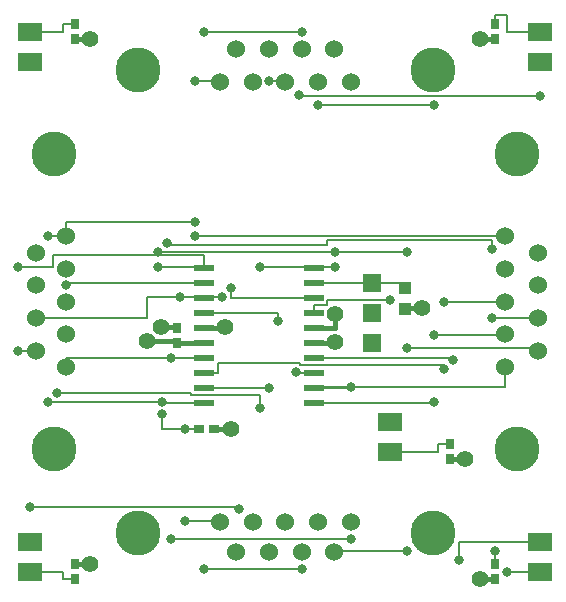
<source format=gbr>
%FSLAX14Y14*%
%MOIN*%
G04 EasyPC Gerber Version 18.0.1 Build 3581 *
%ADD26R,0.02800X0.03500*%
%ADD29R,0.03937X0.04291*%
%ADD14R,0.06000X0.06000*%
%ADD74C,0.00800*%
%ADD70C,0.01500*%
%ADD73C,0.03200*%
%ADD17C,0.05600*%
%ADD13C,0.06000*%
%ADD25R,0.06600X0.02000*%
%ADD27R,0.03500X0.02800*%
%ADD28C,0.15000*%
%ADD72R,0.08000X0.06000*%
X0Y0D02*
D02*
D13*
X1700Y8544D03*
Y9635D03*
Y10725D03*
Y11816D03*
X2700Y7999D03*
Y9089D03*
Y10180D03*
Y11271D03*
Y12361D03*
X7844Y2855D03*
Y17505D03*
X8389Y1855D03*
Y18620D03*
X8934Y2855D03*
Y17505D03*
X9480Y1855D03*
Y18620D03*
X10025Y2855D03*
Y17505D03*
X10570Y1855D03*
Y18620D03*
X11116Y2855D03*
Y17505D03*
X11661Y1855D03*
Y18620D03*
X12206Y2855D03*
Y17505D03*
X17350Y7999D03*
Y9089D03*
Y10180D03*
Y11271D03*
Y12361D03*
X18465Y8544D03*
Y9635D03*
Y10725D03*
Y11816D03*
D02*
D14*
X12900Y8805D03*
Y9805D03*
Y10805D03*
D02*
D17*
X3525Y1430D03*
Y18930D03*
X5425Y8880D03*
X5875Y9330D03*
X8025D03*
X8225Y5930D03*
X11675Y8830D03*
Y9780D03*
X14575Y9980D03*
X16025Y4930D03*
X16525Y930D03*
Y18930D03*
D02*
D70*
X3525Y1430D02*
X3025D01*
Y1435*
X3525Y18930D02*
X3025D01*
Y18925*
X5425Y8880D02*
X6400D01*
Y8800*
X5875Y9330D02*
X6400D01*
Y9310*
Y8800D02*
X7315D01*
X7320Y8805*
X8025Y9330D02*
Y9305D01*
X7320*
X8225Y5930D02*
X7655D01*
X11675Y8830D02*
Y8805D01*
X10980*
X11675Y9780D02*
Y9305D01*
X10980*
X14575Y9980D02*
X14025D01*
Y9955*
X16025Y4930D02*
X15525D01*
Y4925*
X16525Y930D02*
X17025D01*
Y925*
X16525Y18930D02*
X17025D01*
Y18925*
D02*
D25*
X7320Y6805D03*
Y7305D03*
Y7805D03*
Y8305D03*
Y8805D03*
Y9305D03*
Y9805D03*
Y10305D03*
Y10805D03*
Y11305D03*
X10980Y6805D03*
Y7305D03*
Y7805D03*
Y8305D03*
Y8805D03*
Y9305D03*
Y9805D03*
Y10305D03*
Y10805D03*
Y11305D03*
D02*
D26*
X3025Y925D03*
Y1435D03*
Y18925D03*
Y19435D03*
X6400Y8800D03*
Y9310D03*
X15525Y4925D03*
Y5435D03*
X17025Y925D03*
Y1435D03*
Y18925D03*
Y19435D03*
D02*
D27*
X7145Y5930D03*
X7655D03*
D02*
D28*
X2315Y5260D03*
Y15100D03*
X5105Y2470D03*
Y17890D03*
X14945Y2470D03*
Y17890D03*
X17735Y5260D03*
Y15100D03*
D02*
D29*
X14025Y9955D03*
Y10655D03*
D02*
D72*
X1525Y1180D03*
Y2180D03*
Y18180D03*
Y19180D03*
X13525Y5180D03*
Y6180D03*
X18525Y1180D03*
Y2180D03*
Y18180D03*
Y19180D03*
D02*
D73*
X1125Y8530D03*
Y11330D03*
X1525Y3330D03*
X2125Y6830D03*
Y12380D03*
X2425Y7130D03*
X2725Y10730D03*
X5775Y11330D03*
Y11830D03*
X5925Y6430D03*
Y6830D03*
X6075Y12130D03*
X6225Y2280D03*
Y8305D03*
X6525Y10330D03*
X6675Y2880D03*
Y5930D03*
X7025Y12380D03*
Y12830D03*
Y17530D03*
X7325Y1280D03*
Y19180D03*
X7925Y10330D03*
X8225Y10630D03*
X8475Y3280D03*
X9175Y6630D03*
Y11330D03*
X9475Y7305D03*
Y17530D03*
X9775Y9530D03*
X10375Y7830D03*
X10475Y17080D03*
X10575Y1280D03*
Y19180D03*
X11125Y16730D03*
X11675Y11330D03*
Y11830D03*
X12225Y2280D03*
Y7330D03*
X13525Y10230D03*
X14075Y1880D03*
Y8630D03*
Y11830D03*
X14975Y6830D03*
Y9080D03*
Y16730D03*
X15325Y7930D03*
Y10180D03*
X15625Y8230D03*
X15825Y1580D03*
X16925Y9630D03*
Y11930D03*
X17025Y1880D03*
X17425Y1180D03*
X18525Y17030D03*
D02*
D74*
X1125Y8530D02*
X1700D01*
Y8544*
X2425Y7130D02*
X6875D01*
Y7080*
X9175*
Y6630*
X2700Y12380D02*
Y12361D01*
Y12380D02*
Y12830D01*
X7025*
X2700Y12380D02*
X2125D01*
X2725Y10730D02*
Y10805D01*
X7320*
X3025Y925D02*
Y930D01*
X2625*
Y1180*
X1525*
X3025Y19435D02*
Y19430D01*
X2625*
Y19180*
X1525*
X5925Y6430D02*
Y5930D01*
X6675*
X5925Y6830D02*
Y6805D01*
X7320*
X5925Y6830D02*
X2125D01*
X6075Y12130D02*
Y12080D01*
X11425*
Y12230*
X16925*
Y11930*
X6225Y8305D02*
X2700D01*
Y7999*
X6525Y10330D02*
X5425D01*
Y9635*
X1700*
X6675Y2880D02*
X7844D01*
Y2855*
X6675Y5930D02*
X7145D01*
X7025Y12380D02*
X17350D01*
Y12361*
X7025Y17530D02*
X7844D01*
Y17505*
X7315Y11330D02*
Y11305D01*
X7320*
X7315Y11330D02*
Y11730D01*
X2275*
Y11330*
X1125*
X7315D02*
X5775D01*
X7320Y8305D02*
X6225D01*
X7325Y10330D02*
X7320Y10305D01*
X7325Y10330D02*
X6525D01*
X7325D02*
X7925D01*
X8225Y10630D02*
Y10305D01*
X10980*
X8475Y3280D02*
Y3330D01*
X1525*
X9475Y7305D02*
X7320D01*
X9475Y17530D02*
X10025D01*
Y17505*
X9775Y9530D02*
Y9805D01*
X7320*
X10375Y7830D02*
Y7805D01*
X10980*
X10475Y17080D02*
Y17030D01*
X18525*
X10575Y1280D02*
X7325D01*
X10575Y19180D02*
X7325D01*
X10975Y11330D02*
X10980Y11305D01*
X10975Y11330D02*
X11675D01*
X10975D02*
X9175D01*
X10980Y7305D02*
X10975Y7330D01*
X17350*
Y7999*
X11675Y11830D02*
X5775D01*
X12225Y2280D02*
X6225D01*
X12225Y7330D02*
Y7305D01*
X10980*
X12900Y10805D02*
X10980D01*
X12900D02*
X14025D01*
Y10655*
X13525Y10230D02*
X11425D01*
Y10080*
X10985*
Y9805*
X10980*
X14075Y1880D02*
X11661D01*
Y1855*
X14075Y8630D02*
X18465D01*
Y8544*
X14075Y11830D02*
X11675D01*
X14975Y6830D02*
Y6805D01*
X10980*
X14975Y9080D02*
X17350D01*
Y9089*
X14975Y16730D02*
X11125D01*
X15325Y7930D02*
Y8080D01*
X10525*
Y8130*
X7775*
Y7805*
X7320*
X15325Y10180D02*
X17350D01*
X15525Y5435D02*
Y5430D01*
X15125*
Y5180*
X13525*
X15625Y8230D02*
Y8305D01*
X10980*
X15825Y1580D02*
Y2180D01*
X18525*
X16925Y9630D02*
X18465D01*
Y9635*
X17025Y1880D02*
Y1435D01*
Y19435D02*
Y19730D01*
X17425*
Y19180*
X18525*
X17425Y1180D02*
X18525D01*
X0Y0D02*
M02*

</source>
